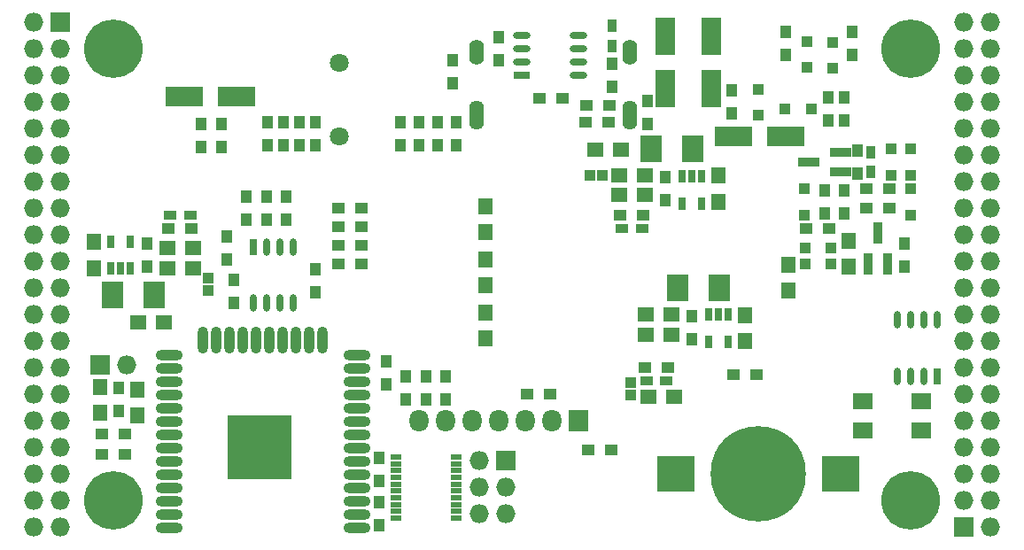
<source format=gbs>
G04 #@! TF.FileFunction,Soldermask,Bot*
%FSLAX46Y46*%
G04 Gerber Fmt 4.6, Leading zero omitted, Abs format (unit mm)*
G04 Created by KiCad (PCBNEW 4.0.7+dfsg1-1) date Fri Nov 17 22:58:38 2017*
%MOMM*%
%LPD*%
G01*
G04 APERTURE LIST*
%ADD10C,0.100000*%
%ADD11R,1.827200X1.827200*%
%ADD12O,1.827200X1.827200*%
%ADD13R,1.000000X1.300000*%
%ADD14R,1.100000X1.100000*%
%ADD15O,2.600000X1.000000*%
%ADD16O,1.000000X2.600000*%
%ADD17R,6.100000X6.100000*%
%ADD18R,1.900000X3.600000*%
%ADD19R,2.100000X2.600000*%
%ADD20R,0.800000X1.300000*%
%ADD21R,1.350000X1.600000*%
%ADD22R,1.600000X1.350000*%
%ADD23R,0.900000X2.000000*%
%ADD24R,2.000000X0.900000*%
%ADD25R,1.300000X0.850000*%
%ADD26R,0.850000X1.300000*%
%ADD27R,1.300000X1.000000*%
%ADD28C,5.600000*%
%ADD29R,1.100000X0.500000*%
%ADD30R,1.827200X2.132000*%
%ADD31O,1.827200X2.132000*%
%ADD32R,1.900000X1.500000*%
%ADD33R,3.600000X1.900000*%
%ADD34R,3.600000X3.400000*%
%ADD35C,9.100000*%
%ADD36C,1.800000*%
%ADD37O,1.400000X2.800000*%
%ADD38O,1.400000X2.400000*%
%ADD39R,0.700000X1.650000*%
%ADD40O,0.700000X1.650000*%
%ADD41R,1.650000X0.700000*%
%ADD42O,1.650000X0.700000*%
G04 APERTURE END LIST*
D10*
D11*
X97910000Y-62690000D03*
D12*
X95370000Y-62690000D03*
X97910000Y-65230000D03*
X95370000Y-65230000D03*
X97910000Y-67770000D03*
X95370000Y-67770000D03*
X97910000Y-70310000D03*
X95370000Y-70310000D03*
X97910000Y-72850000D03*
X95370000Y-72850000D03*
X97910000Y-75390000D03*
X95370000Y-75390000D03*
X97910000Y-77930000D03*
X95370000Y-77930000D03*
X97910000Y-80470000D03*
X95370000Y-80470000D03*
X97910000Y-83010000D03*
X95370000Y-83010000D03*
X97910000Y-85550000D03*
X95370000Y-85550000D03*
X97910000Y-88090000D03*
X95370000Y-88090000D03*
X97910000Y-90630000D03*
X95370000Y-90630000D03*
X97910000Y-93170000D03*
X95370000Y-93170000D03*
X97910000Y-95710000D03*
X95370000Y-95710000D03*
X97910000Y-98250000D03*
X95370000Y-98250000D03*
X97910000Y-100790000D03*
X95370000Y-100790000D03*
X97910000Y-103330000D03*
X95370000Y-103330000D03*
X97910000Y-105870000D03*
X95370000Y-105870000D03*
X97910000Y-108410000D03*
X95370000Y-108410000D03*
X97910000Y-110950000D03*
X95370000Y-110950000D03*
D13*
X103498000Y-99858000D03*
X103498000Y-97658000D03*
D14*
X152393000Y-97142000D03*
X152393000Y-98342000D03*
D15*
X126260434Y-111030338D03*
X126260434Y-109760338D03*
X126260434Y-108490338D03*
X126260434Y-107220338D03*
X126260434Y-105950338D03*
X126260434Y-104680338D03*
X126260434Y-103410338D03*
X126260434Y-102140338D03*
X126260434Y-100870338D03*
X126260434Y-99600338D03*
X126260434Y-98330338D03*
X126260434Y-97060338D03*
X126260434Y-95790338D03*
X126260434Y-94520338D03*
D16*
X122975434Y-93030338D03*
X121705434Y-93030338D03*
X120435434Y-93030338D03*
X119165434Y-93030338D03*
X117895434Y-93030338D03*
X116625434Y-93030338D03*
X115355434Y-93030338D03*
X114085434Y-93030338D03*
X112815434Y-93030338D03*
X111545434Y-93030338D03*
D15*
X108260434Y-94520338D03*
X108260434Y-95790338D03*
X108260434Y-97060338D03*
X108260434Y-98330338D03*
X108260434Y-99600338D03*
X108260434Y-100870338D03*
X108260434Y-102140338D03*
X108260434Y-103410338D03*
X108260434Y-104680338D03*
X108260434Y-105950338D03*
X108260434Y-107220338D03*
X108260434Y-108490338D03*
X108260434Y-109760338D03*
X108260434Y-111030338D03*
D17*
X116960434Y-103330338D03*
D18*
X155695000Y-69000000D03*
X155695000Y-64000000D03*
D13*
X154044000Y-72426000D03*
X154044000Y-70226000D03*
D19*
X160870000Y-88090000D03*
X156870000Y-88090000D03*
D20*
X159825000Y-90600000D03*
X160775000Y-90600000D03*
X161725000Y-90600000D03*
X161725000Y-93200000D03*
X159825000Y-93200000D03*
D19*
X102895000Y-88725000D03*
X106895000Y-88725000D03*
D20*
X104575000Y-86215000D03*
X103625000Y-86215000D03*
X102675000Y-86215000D03*
X102675000Y-83615000D03*
X104575000Y-83615000D03*
D19*
X158330000Y-74755000D03*
X154330000Y-74755000D03*
D20*
X157285000Y-77392000D03*
X158235000Y-77392000D03*
X159185000Y-77392000D03*
X159185000Y-79992000D03*
X157285000Y-79992000D03*
D21*
X101085000Y-83665000D03*
X101085000Y-86165000D03*
D22*
X153810000Y-90630000D03*
X156310000Y-90630000D03*
X153810000Y-92535000D03*
X156310000Y-92535000D03*
D21*
X163315000Y-93150000D03*
X163315000Y-90650000D03*
D22*
X151270000Y-79200000D03*
X153770000Y-79200000D03*
X151270000Y-77295000D03*
X153770000Y-77295000D03*
D21*
X160775000Y-79815000D03*
X160775000Y-77315000D03*
D22*
X110590000Y-84280000D03*
X108090000Y-84280000D03*
X110590000Y-86185000D03*
X108090000Y-86185000D03*
D21*
X173221000Y-86038000D03*
X173221000Y-83538000D03*
D23*
X176965000Y-85780000D03*
X175065000Y-85780000D03*
X176015000Y-82780000D03*
D24*
X172435000Y-75075000D03*
X172435000Y-76975000D03*
X169435000Y-76025000D03*
D25*
X153910000Y-96910000D03*
X155810000Y-96910000D03*
X151570000Y-82375000D03*
X153470000Y-82375000D03*
X110290000Y-81105000D03*
X108390000Y-81105000D03*
D26*
X175380000Y-75075000D03*
X175380000Y-76975000D03*
D27*
X169200000Y-82375000D03*
X171400000Y-82375000D03*
D13*
X172840000Y-80935000D03*
X172840000Y-78735000D03*
D27*
X177115000Y-80470000D03*
X174915000Y-80470000D03*
D13*
X174110000Y-74925000D03*
X174110000Y-77125000D03*
X178555000Y-83815000D03*
X178555000Y-86015000D03*
X113785000Y-83180000D03*
X113785000Y-85380000D03*
X170935000Y-80935000D03*
X170935000Y-78735000D03*
X128390000Y-108580000D03*
X128390000Y-110780000D03*
D27*
X150572000Y-103584000D03*
X148372000Y-103584000D03*
X177115000Y-78565000D03*
X174915000Y-78565000D03*
X153760000Y-95640000D03*
X155960000Y-95640000D03*
X110440000Y-82375000D03*
X108240000Y-82375000D03*
X151420000Y-81105000D03*
X153620000Y-81105000D03*
D13*
X158235000Y-90800000D03*
X158235000Y-93000000D03*
X106165000Y-86015000D03*
X106165000Y-83815000D03*
X155695000Y-77465000D03*
X155695000Y-79665000D03*
D27*
X126696000Y-85804000D03*
X124496000Y-85804000D03*
X126696000Y-84026000D03*
X124496000Y-84026000D03*
X126696000Y-82248000D03*
X124496000Y-82248000D03*
X126696000Y-80470000D03*
X124496000Y-80470000D03*
D13*
X130422000Y-74458000D03*
X130422000Y-72258000D03*
X132200000Y-74458000D03*
X132200000Y-72258000D03*
X133978000Y-74458000D03*
X133978000Y-72258000D03*
X135756000Y-74458000D03*
X135756000Y-72258000D03*
D26*
X150589600Y-64910000D03*
X150589600Y-63010000D03*
D11*
X184270000Y-110950000D03*
D12*
X186810000Y-110950000D03*
X184270000Y-108410000D03*
X186810000Y-108410000D03*
X184270000Y-105870000D03*
X186810000Y-105870000D03*
X184270000Y-103330000D03*
X186810000Y-103330000D03*
X184270000Y-100790000D03*
X186810000Y-100790000D03*
X184270000Y-98250000D03*
X186810000Y-98250000D03*
X184270000Y-95710000D03*
X186810000Y-95710000D03*
X184270000Y-93170000D03*
X186810000Y-93170000D03*
X184270000Y-90630000D03*
X186810000Y-90630000D03*
X184270000Y-88090000D03*
X186810000Y-88090000D03*
X184270000Y-85550000D03*
X186810000Y-85550000D03*
X184270000Y-83010000D03*
X186810000Y-83010000D03*
X184270000Y-80470000D03*
X186810000Y-80470000D03*
X184270000Y-77930000D03*
X186810000Y-77930000D03*
X184270000Y-75390000D03*
X186810000Y-75390000D03*
X184270000Y-72850000D03*
X186810000Y-72850000D03*
X184270000Y-70310000D03*
X186810000Y-70310000D03*
X184270000Y-67770000D03*
X186810000Y-67770000D03*
X184270000Y-65230000D03*
X186810000Y-65230000D03*
X184270000Y-62690000D03*
X186810000Y-62690000D03*
D28*
X102990000Y-108410000D03*
X179190000Y-108410000D03*
X179190000Y-65230000D03*
X102990000Y-65230000D03*
D13*
X162045000Y-71410000D03*
X162045000Y-69210000D03*
X139820000Y-66330000D03*
X139820000Y-64130000D03*
X135375000Y-68532000D03*
X135375000Y-66332000D03*
X150615000Y-68870000D03*
X150615000Y-66670000D03*
D27*
X150275000Y-72215000D03*
X148075000Y-72215000D03*
X150380000Y-70600000D03*
X148180000Y-70600000D03*
D29*
X135735000Y-104215000D03*
X135735000Y-104865000D03*
X135735000Y-105515000D03*
X135735000Y-106165000D03*
X135735000Y-106815000D03*
X135735000Y-107465000D03*
X135735000Y-108115000D03*
X135735000Y-108765000D03*
X135735000Y-109415000D03*
X135735000Y-110065000D03*
X129935000Y-110065000D03*
X129935000Y-109415000D03*
X129935000Y-108765000D03*
X129935000Y-108115000D03*
X129935000Y-107465000D03*
X129935000Y-106815000D03*
X129935000Y-106165000D03*
X129935000Y-105515000D03*
X129935000Y-104865000D03*
X129935000Y-104215000D03*
D13*
X119500000Y-79370000D03*
X119500000Y-81570000D03*
X114480000Y-89500000D03*
X114480000Y-87300000D03*
X129025000Y-97275000D03*
X129025000Y-95075000D03*
X117595000Y-79370000D03*
X117595000Y-81570000D03*
X122280000Y-86300000D03*
X122280000Y-88500000D03*
X115690000Y-79370000D03*
X115690000Y-81570000D03*
D27*
X144730000Y-98250000D03*
X142530000Y-98250000D03*
D13*
X132835000Y-98715000D03*
X132835000Y-96515000D03*
X130930000Y-98715000D03*
X130930000Y-96515000D03*
D27*
X101890000Y-103965000D03*
X104090000Y-103965000D03*
D11*
X101720000Y-95456000D03*
D12*
X104260000Y-95456000D03*
D27*
X104090000Y-102060000D03*
X101890000Y-102060000D03*
D21*
X167506000Y-88324000D03*
X167506000Y-85824000D03*
D27*
X164415000Y-96345000D03*
X162215000Y-96345000D03*
D13*
X167252000Y-65822000D03*
X167252000Y-63622000D03*
D11*
X140455000Y-104600000D03*
D12*
X137915000Y-104600000D03*
X140455000Y-107140000D03*
X137915000Y-107140000D03*
X140455000Y-109680000D03*
X137915000Y-109680000D03*
D21*
X138550000Y-90396000D03*
X138550000Y-92896000D03*
X138550000Y-82736000D03*
X138550000Y-80236000D03*
X138550000Y-85316000D03*
X138550000Y-87816000D03*
X101720000Y-97508000D03*
X101720000Y-100008000D03*
D13*
X113277000Y-74585000D03*
X113277000Y-72385000D03*
X111372000Y-74585000D03*
X111372000Y-72385000D03*
X172840000Y-72045000D03*
X172840000Y-69845000D03*
X171316000Y-72045000D03*
X171316000Y-69845000D03*
D30*
X147440000Y-100790000D03*
D31*
X144900000Y-100790000D03*
X142360000Y-100790000D03*
X139820000Y-100790000D03*
X137280000Y-100790000D03*
X134740000Y-100790000D03*
X132200000Y-100790000D03*
D32*
X180212000Y-98882000D03*
X174612000Y-98882000D03*
X174612000Y-101682000D03*
X180212000Y-101682000D03*
D21*
X105276000Y-100262000D03*
X105276000Y-97762000D03*
D33*
X109761000Y-69802000D03*
X114761000Y-69802000D03*
X167212000Y-73612000D03*
X162212000Y-73612000D03*
D18*
X160140000Y-64000000D03*
X160140000Y-69000000D03*
D22*
X154064000Y-98504000D03*
X156564000Y-98504000D03*
X107796000Y-91392000D03*
X105296000Y-91392000D03*
X151484000Y-74882000D03*
X148984000Y-74882000D03*
D13*
X173602000Y-65822000D03*
X173602000Y-63622000D03*
X134740000Y-96515000D03*
X134740000Y-98715000D03*
D34*
X172485000Y-105870000D03*
X156685000Y-105870000D03*
D35*
X164585000Y-105870000D03*
D14*
X169284000Y-66988000D03*
X169284000Y-64488000D03*
X171697000Y-67081000D03*
X171697000Y-64581000D03*
X169050000Y-84280000D03*
X171550000Y-84280000D03*
X179190000Y-81085000D03*
X179190000Y-78585000D03*
X169030000Y-81085000D03*
X169030000Y-78585000D03*
X171550000Y-85804000D03*
X169050000Y-85804000D03*
X179190000Y-77275000D03*
X179190000Y-74775000D03*
X177285000Y-74775000D03*
X177285000Y-77275000D03*
X167145000Y-70945000D03*
X169645000Y-70945000D03*
X164585000Y-69060000D03*
X164585000Y-71560000D03*
X112007000Y-87109000D03*
X112007000Y-88309000D03*
X149691000Y-77295000D03*
X148491000Y-77295000D03*
D13*
X128390000Y-106546000D03*
X128390000Y-104346000D03*
X117722000Y-74458000D03*
X117722000Y-72258000D03*
X119246000Y-74458000D03*
X119246000Y-72258000D03*
X120770000Y-74458000D03*
X120770000Y-72258000D03*
X122294000Y-74458000D03*
X122294000Y-72258000D03*
D27*
X145880000Y-69900000D03*
X143680000Y-69900000D03*
D36*
X124580000Y-66548000D03*
X124580000Y-73548000D03*
D37*
X152280000Y-71550000D03*
X137680000Y-71550000D03*
D38*
X137680000Y-65500000D03*
X152280000Y-65500000D03*
D39*
X181730000Y-96505000D03*
D40*
X180460000Y-96505000D03*
X179190000Y-96505000D03*
X177920000Y-96505000D03*
X177920000Y-91105000D03*
X179190000Y-91105000D03*
X180460000Y-91105000D03*
X181730000Y-91105000D03*
D41*
X141980000Y-67706500D03*
D42*
X141980000Y-66436500D03*
X141980000Y-65166500D03*
X141980000Y-63896500D03*
X147380000Y-63896500D03*
X147380000Y-65166500D03*
X147380000Y-66436500D03*
X147380000Y-67706500D03*
D39*
X116325000Y-84120000D03*
D40*
X117595000Y-84120000D03*
X118865000Y-84120000D03*
X120135000Y-84120000D03*
X120135000Y-89520000D03*
X118865000Y-89520000D03*
X117595000Y-89520000D03*
X116325000Y-89520000D03*
M02*

</source>
